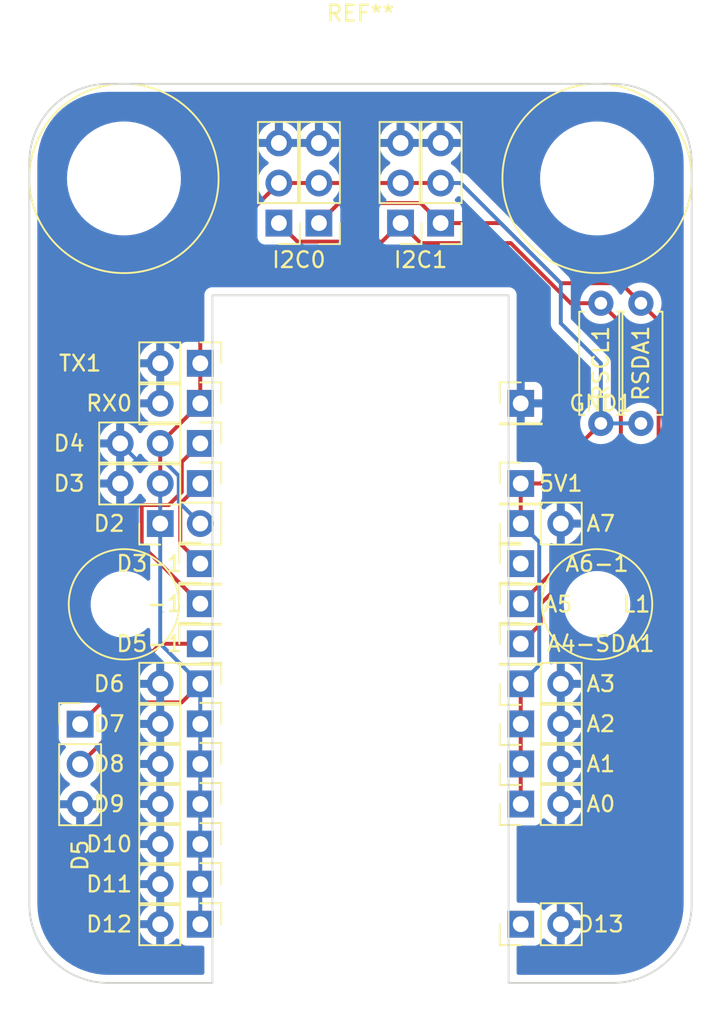
<source format=kicad_pcb>
(kicad_pcb (version 20211014) (generator pcbnew)
  (layers (0 "F.Cu" signal) (31 "B.Cu" signal) (34 "B.Paste" user) (35 "F.Paste" user) (36 "B.SilkS" user "B.Silkscreen") (37 "F.SilkS" user "F.Silkscreen") (38 "B.Mask" user) (39 "F.Mask" user) (44 "Edge.Cuts" user))
  (net 0 "")
  (net 1 "+5V")
  (net 2 "GND")
  (net 3 "Net-(A4-SDA1-Pad1)")
  (net 4 "Net-(A5-SCL1-Pad1)")
  (net 5 "Net-(A6-Pad1)")
  (net 6 "Net-(D3-Pad1)")
  (net 7 "Net-(D4-1-Pad1)")
  (net 8 "Net-(D5-1-Pad1)")
  (footprint "Connector_PinHeader_2.54mm:PinHeader_1x01_P2.54mm_Vertical" (layer "F.Cu") (at 10.16 -8.24)
    (fp_text reference "GND1" (at 5.08 0) (layer "F.SilkS"))
    (fp_text value "Conn_01x01_Male" hide)
    (fp_line (start -1.33 1.27) (end 1.33 1.27) (layer "F.SilkS") (width 0.12))
    (fp_line (start 1.33 1.27) (end 1.33 1.33) (layer "F.SilkS") (width 0.12))
    (fp_line (start -1.33 -1.33) (end 0 -1.33) (layer "F.SilkS") (width 0.12))
    (fp_line (start -1.33 1.27) (end -1.33 1.33) (layer "F.SilkS") (width 0.12))
    (fp_line (start -1.33 1.33) (end 1.33 1.33) (layer "F.SilkS") (width 0.12))
    (fp_line (start -1.33 0) (end -1.33 -1.33) (layer "F.SilkS") (width 0.12))
    (pad "1" thru_hole rect (at 0 0) (size 1.7 1.7) (drill 1) (layers *.Cu *.Mask) (net 2 "GND"))
  )
  (footprint "Connector_PinHeader_2.54mm:PinHeader_1x01_P2.54mm_Vertical" (layer "F.Cu") (at 10.16 -3.16)
    (fp_text reference "5V1" (at 2.54 0) (layer "F.SilkS"))
    (fp_text value "Conn_01x01_Male" hide)
    (fp_line (start -1.33 1.27) (end 1.33 1.27) (layer "F.SilkS") (width 0.12))
    (fp_line (start -1.33 -1.33) (end 0 -1.33) (layer "F.SilkS") (width 0.12))
    (fp_line (start -1.33 1.33) (end 1.33 1.33) (layer "F.SilkS") (width 0.12))
    (fp_line (start -1.33 1.27) (end -1.33 1.33) (layer "F.SilkS") (width 0.12))
    (fp_line (start 1.33 1.27) (end 1.33 1.33) (layer "F.SilkS") (width 0.12))
    (fp_line (start -1.33 0) (end -1.33 -1.33) (layer "F.SilkS") (width 0.12))
    (pad "1" thru_hole rect (at 0 0) (size 1.7 1.7) (drill 1) (layers *.Cu *.Mask) (net 1 "+5V"))
  )
  (footprint "Connector_PinHeader_2.54mm:PinHeader_1x02_P2.54mm_Vertical" (layer "F.Cu") (at 10.16 24.78 90)
    (fp_text reference "D13" (at 0 5.08 180) (layer "F.SilkS"))
    (fp_text value "Conn_01x02_Male" hide)
    (fp_line (start -1.33 1.27) (end 1.33 1.27) (layer "F.SilkS") (width 0.12))
    (fp_line (start -1.33 -1.33) (end 0 -1.33) (layer "F.SilkS") (width 0.12))
    (fp_line (start -1.33 0) (end -1.33 -1.33) (layer "F.SilkS") (width 0.12))
    (fp_line (start 1.33 1.27) (end 1.33 3.87) (layer "F.SilkS") (width 0.12))
    (fp_line (start -1.33 1.27) (end -1.33 3.87) (layer "F.SilkS") (width 0.12))
    (fp_line (start -1.33 3.87) (end 1.33 3.87) (layer "F.SilkS") (width 0.12))
    (pad "1" thru_hole rect (at 0 0 90) (size 1.7 1.7) (drill 1) (layers *.Cu *.Mask) (net 1 "+5V"))
    (pad "2" thru_hole oval (at 0 2.54 90) (size 1.7 1.7) (drill 1) (layers *.Cu *.Mask) (net 2 "GND"))
  )
  (footprint "Connector_PinHeader_2.54mm:PinHeader_1x02_P2.54mm_Vertical" (layer "F.Cu") (at -10.16 -10.78 -90)
    (fp_text reference "TX1" (at 0 7.62 180) (layer "F.SilkS"))
    (fp_text value "Conn_01x02_Male" hide)
    (fp_line (start -1.33 3.87) (end 1.33 3.87) (layer "F.SilkS") (width 0.12))
    (fp_line (start -1.33 0) (end -1.33 -1.33) (layer "F.SilkS") (width 0.12))
    (fp_line (start 1.33 1.27) (end 1.33 3.87) (layer "F.SilkS") (width 0.12))
    (fp_line (start -1.33 1.27) (end 1.33 1.27) (layer "F.SilkS") (width 0.12))
    (fp_line (start -1.33 1.27) (end -1.33 3.87) (layer "F.SilkS") (width 0.12))
    (fp_line (start -1.33 -1.33) (end 0 -1.33) (layer "F.SilkS") (width 0.12))
    (pad "1" thru_hole rect (at 0 0 270) (size 1.7 1.7) (drill 1) (layers *.Cu *.Mask) (net 1 "+5V"))
    (pad "2" thru_hole oval (at 0 2.54 270) (size 1.7 1.7) (drill 1) (layers *.Cu *.Mask) (net 2 "GND"))
  )
  (footprint "Connector_PinHeader_2.54mm:PinHeader_1x02_P2.54mm_Vertical" (layer "F.Cu") (at 10.16 17.16 90)
    (fp_text reference "A0" (at 0 5.08 180) (layer "F.SilkS"))
    (fp_text value "Conn_01x02_Male" hide)
    (fp_line (start -1.33 1.27) (end -1.33 3.87) (layer "F.SilkS") (width 0.12))
    (fp_line (start -1.33 1.27) (end 1.33 1.27) (layer "F.SilkS") (width 0.12))
    (fp_line (start -1.33 0) (end -1.33 -1.33) (layer "F.SilkS") (width 0.12))
    (fp_line (start -1.33 3.87) (end 1.33 3.87) (layer "F.SilkS") (width 0.12))
    (fp_line (start -1.33 -1.33) (end 0 -1.33) (layer "F.SilkS") (width 0.12))
    (fp_line (start 1.33 1.27) (end 1.33 3.87) (layer "F.SilkS") (width 0.12))
    (pad "1" thru_hole rect (at 0 0 90) (size 1.7 1.7) (drill 1) (layers *.Cu *.Mask) (net 1 "+5V"))
    (pad "2" thru_hole oval (at 0 2.54 90) (size 1.7 1.7) (drill 1) (layers *.Cu *.Mask) (net 2 "GND"))
  )
  (footprint "Connector_PinHeader_2.54mm:PinHeader_1x02_P2.54mm_Vertical" (layer "F.Cu") (at -10.16 12.08 -90)
    (fp_text reference "D7" (at 0 5.78 180) (layer "F.SilkS"))
    (fp_text value "Conn_01x02_Male" hide)
    (fp_line (start -1.33 3.87) (end 1.33 3.87) (layer "F.SilkS") (width 0.12))
    (fp_line (start -1.33 0) (end -1.33 -1.33) (layer "F.SilkS") (width 0.12))
    (fp_line (start -1.33 1.27) (end 1.33 1.27) (layer "F.SilkS") (width 0.12))
    (fp_line (start -1.33 -1.33) (end 0 -1.33) (layer "F.SilkS") (width 0.12))
    (fp_line (start -1.33 1.27) (end -1.33 3.87) (layer "F.SilkS") (width 0.12))
    (fp_line (start 1.33 1.27) (end 1.33 3.87) (layer "F.SilkS") (width 0.12))
    (pad "1" thru_hole rect (at 0 0 270) (size 1.7 1.7) (drill 1) (layers *.Cu *.Mask) (net 1 "+5V"))
    (pad "2" thru_hole oval (at 0 2.54 270) (size 1.7 1.7) (drill 1) (layers *.Cu *.Mask) (net 2 "GND"))
  )
  (footprint "Connector_PinHeader_2.54mm:PinHeader_1x02_P2.54mm_Vertical" (layer "F.Cu") (at -10.16 9.54 -90)
    (fp_text reference "D6" (at 0 5.78 180) (layer "F.SilkS"))
    (fp_text value "Conn_01x02_Male" hide)
    (fp_line (start -1.33 1.27) (end 1.33 1.27) (layer "F.SilkS") (width 0.12))
    (fp_line (start -1.33 3.87) (end 1.33 3.87) (layer "F.SilkS") (width 0.12))
    (fp_line (start -1.33 0) (end -1.33 -1.33) (layer "F.SilkS") (width 0.12))
    (fp_line (start -1.33 1.27) (end -1.33 3.87) (layer "F.SilkS") (width 0.12))
    (fp_line (start -1.33 -1.33) (end 0 -1.33) (layer "F.SilkS") (width 0.12))
    (fp_line (start 1.33 1.27) (end 1.33 3.87) (layer "F.SilkS") (width 0.12))
    (pad "1" thru_hole rect (at 0 0 270) (size 1.7 1.7) (drill 1) (layers *.Cu *.Mask) (net 1 "+5V"))
    (pad "2" thru_hole oval (at 0 2.54 270) (size 1.7 1.7) (drill 1) (layers *.Cu *.Mask) (net 2 "GND"))
  )
  (footprint "Resistor_THT:R_Axial_DIN0207_L6.3mm_D2.5mm_P7.62mm_Horizontal" (layer "F.Cu") (at 17.78 -6.97 90)
    (fp_text reference "RSDA1" (at 3.81 0 90) (layer "F.SilkS"))
    (fp_text value "R" hide)
    (fp_line (start 0.54 1.37) (end 7.08 1.37) (layer "F.SilkS") (width 0.12))
    (fp_line (start 0.54 1.04) (end 0.54 1.37) (layer "F.SilkS") (width 0.12))
    (fp_line (start 0.54 -1.37) (end 7.08 -1.37) (layer "F.SilkS") (width 0.12))
    (fp_line (start 7.08 1.37) (end 7.08 1.04) (layer "F.SilkS") (width 0.12))
    (fp_line (start 7.08 -1.37) (end 7.08 -1.04) (layer "F.SilkS") (width 0.12))
    (fp_line (start 0.54 -1.04) (end 0.54 -1.37) (layer "F.SilkS") (width 0.12))
    (pad "1" thru_hole circle (at 0 0 90) (size 1.6 1.6) (drill 0.8) (layers *.Cu *.Mask) (net 1 "+5V"))
    (pad "2" thru_hole oval (at 7.62 0 90) (size 1.6 1.6) (drill 0.8) (layers *.Cu *.Mask) (net 3 "Net-(A4-SDA1-Pad1)"))
  )
  (footprint "Connector_PinHeader_2.54mm:PinHeader_1x03_P2.54mm_Vertical" (layer "F.Cu") (at -5.175489 -19.67 180)
    (fp_text reference "I2C0" (at -1.27 -2.33) (layer "F.SilkS"))
    (fp_text value "Conn_01x03_Male" hide)
    (fp_line (start -1.33 0) (end -1.33 -1.33) (layer "F.SilkS") (width 0.12))
    (fp_line (start -1.33 6.41) (end 1.33 6.41) (layer "F.SilkS") (width 0.12))
    (fp_line (start 1.33 1.27) (end 1.33 6.41) (layer "F.SilkS") (width 0.12))
    (fp_line (start -1.33 1.27) (end 1.33 1.27) (layer "F.SilkS") (width 0.12))
    (fp_line (start -1.33 1.27) (end -1.33 6.41) (layer "F.SilkS") (width 0.12))
    (fp_line (start -1.33 -1.33) (end 0 -1.33) (layer "F.SilkS") (width 0.12))
    (pad "1" thru_hole rect (at 0 0 180) (size 1.7 1.7) (drill 1) (layers *.Cu *.Mask) (net 4 "Net-(A5-SCL1-Pad1)"))
    (pad "2" thru_hole oval (at 0 2.54 180) (size 1.7 1.7) (drill 1) (layers *.Cu *.Mask) (net 1 "+5V"))
    (pad "3" thru_hole oval (at 0 5.08 180) (size 1.7 1.7) (drill 1) (layers *.Cu *.Mask) (net 2 "GND"))
  )
  (footprint "Connector_PinHeader_2.54mm:PinHeader_1x03_P2.54mm_Vertical" (layer "F.Cu") (at 5.08 -19.67 180)
    (fp_text reference "SDA0" hide)
    (fp_text value "Conn_01x03_Male" hide)
    (fp_line (start -1.33 1.27) (end -1.33 6.41) (layer "F.SilkS") (width 0.12))
    (fp_line (start -1.33 1.27) (end 1.33 1.27) (layer "F.SilkS") (width 0.12))
    (fp_line (start -1.33 0) (end -1.33 -1.33) (layer "F.SilkS") (width 0.12))
    (fp_line (start 1.33 1.27) (end 1.33 6.41) (layer "F.SilkS") (width 0.12))
    (fp_line (start -1.33 -1.33) (end 0 -1.33) (layer "F.SilkS") (width 0.12))
    (fp_line (start -1.33 6.41) (end 1.33 6.41) (layer "F.SilkS") (width 0.12))
    (pad "1" thru_hole rect (at 0 0 180) (size 1.7 1.7) (drill 1) (layers *.Cu *.Mask) (net 3 "Net-(A4-SDA1-Pad1)"))
    (pad "2" thru_hole oval (at 0 2.54 180) (size 1.7 1.7) (drill 1) (layers *.Cu *.Mask) (net 1 "+5V"))
    (pad "3" thru_hole oval (at 0 5.08 180) (size 1.7 1.7) (drill 1) (layers *.Cu *.Mask) (net 2 "GND"))
  )
  (footprint "Connector_PinHeader_2.54mm:PinHeader_1x02_P2.54mm_Vertical" (layer "F.Cu") (at -10.16 24.78 -90)
    (fp_text reference "D12" (at 0 5.78 180) (layer "F.SilkS"))
    (fp_text value "Conn_01x02_Male" hide)
    (fp_line (start -1.33 1.27) (end -1.33 3.87) (layer "F.SilkS") (width 0.12))
    (fp_line (start -1.33 1.27) (end 1.33 1.27) (layer "F.SilkS") (width 0.12))
    (fp_line (start -1.33 -1.33) (end 0 -1.33) (layer "F.SilkS") (width 0.12))
    (fp_line (start -1.33 3.87) (end 1.33 3.87) (layer "F.SilkS") (width 0.12))
    (fp_line (start -1.33 0) (end -1.33 -1.33) (layer "F.SilkS") (width 0.12))
    (fp_line (start 1.33 1.27) (end 1.33 3.87) (layer "F.SilkS") (width 0.12))
    (pad "1" thru_hole rect (at 0 0 270) (size 1.7 1.7) (drill 1) (layers *.Cu *.Mask) (net 1 "+5V"))
    (pad "2" thru_hole oval (at 0 2.54 270) (size 1.7 1.7) (drill 1) (layers *.Cu *.Mask) (net 2 "GND"))
  )
  (footprint "Connector_PinHeader_2.54mm:PinHeader_1x02_P2.54mm_Vertical" (layer "F.Cu") (at -10.16 22.24 -90)
    (fp_text reference "D11" (at 0 5.78 180) (layer "F.SilkS"))
    (fp_text value "Conn_01x02_Male" hide)
    (fp_line (start -1.33 3.87) (end 1.33 3.87) (layer "F.SilkS") (width 0.12))
    (fp_line (start -1.33 -1.33) (end 0 -1.33) (layer "F.SilkS") (width 0.12))
    (fp_line (start -1.33 0) (end -1.33 -1.33) (layer "F.SilkS") (width 0.12))
    (fp_line (start 1.33 1.27) (end 1.33 3.87) (layer "F.SilkS") (width 0.12))
    (fp_line (start -1.33 1.27) (end -1.33 3.87) (layer "F.SilkS") (width 0.12))
    (fp_line (start -1.33 1.27) (end 1.33 1.27) (layer "F.SilkS") (width 0.12))
    (pad "1" thru_hole rect (at 0 0 270) (size 1.7 1.7) (drill 1) (layers *.Cu *.Mask) (net 1 "+5V"))
    (pad "2" thru_hole oval (at 0 2.54 270) (size 1.7 1.7) (drill 1) (layers *.Cu *.Mask) (net 2 "GND"))
  )
  (footprint "Connector_PinHeader_2.54mm:PinHeader_1x02_P2.54mm_Vertical" (layer "F.Cu") (at 10.16 -0.62 90)
    (fp_text reference "A7" (at 0 5.08 180) (layer "F.SilkS"))
    (fp_text value "Conn_01x02_Male" hide)
    (fp_line (start -1.33 1.27) (end -1.33 3.87) (layer "F.SilkS") (width 0.12))
    (fp_line (start -1.33 -1.33) (end 0 -1.33) (layer "F.SilkS") (width 0.12))
    (fp_line (start -1.33 3.87) (end 1.33 3.87) (layer "F.SilkS") (width 0.12))
    (fp_line (start -1.33 0) (end -1.33 -1.33) (layer "F.SilkS") (width 0.12))
    (fp_line (start -1.33 1.27) (end 1.33 1.27) (layer "F.SilkS") (width 0.12))
    (fp_line (start 1.33 1.27) (end 1.33 3.87) (layer "F.SilkS") (width 0.12))
    (pad "1" thru_hole rect (at 0 0 90) (size 1.7 1.7) (drill 1) (layers *.Cu *.Mask) (net 1 "+5V"))
    (pad "2" thru_hole oval (at 0 2.54 90) (size 1.7 1.7) (drill 1) (layers *.Cu *.Mask) (net 2 "GND"))
  )
  (footprint "Connector_PinHeader_2.54mm:PinHeader_1x01_P2.54mm_Vertical" (layer "F.Cu") (at 10.16 1.92)
    (fp_text reference "A6-1" (at 4.84 0) (layer "F.SilkS"))
    (fp_text value "Conn_01x01_Male" hide)
    (fp_line (start -1.33 -1.33) (end 0 -1.33) (layer "F.SilkS") (width 0.12))
    (fp_line (start -1.33 0) (end -1.33 -1.33) (layer "F.SilkS") (width 0.12))
    (fp_line (start -1.33 1.27) (end -1.33 1.33) (layer "F.SilkS") (width 0.12))
    (fp_line (start 1.33 1.27) (end 1.33 1.33) (layer "F.SilkS") (width 0.12))
    (fp_line (start -1.33 1.33) (end 1.33 1.33) (layer "F.SilkS") (width 0.12))
    (fp_line (start -1.33 1.27) (end 1.33 1.27) (layer "F.SilkS") (width 0.12))
    (pad "1" thru_hole rect (at 0 0) (size 1.7 1.7) (drill 1) (layers *.Cu *.Mask) (net 5 "Net-(A6-Pad1)"))
  )
  (footprint "Connector_PinHeader_2.54mm:PinHeader_1x01_P2.54mm_Vertical" (layer "F.Cu") (at 10.16 4.46)
    (fp_text reference "A5-SCL1" (at 4.84 0.04) (layer "F.SilkS"))
    (fp_text value "Conn_01x01_Male" hide)
    (fp_line (start -1.33 1.33) (end 1.33 1.33) (layer "F.SilkS") (width 0.12))
    (fp_line (start -1.33 0) (end -1.33 -1.33) (layer "F.SilkS") (width 0.12))
    (fp_line (start -1.33 1.27) (end -1.33 1.33) (layer "F.SilkS") (width 0.12))
    (fp_line (start -1.33 1.27) (end 1.33 1.27) (layer "F.SilkS") (width 0.12))
    (fp_line (start 1.33 1.27) (end 1.33 1.33) (layer "F.SilkS") (width 0.12))
    (fp_line (start -1.33 -1.33) (end 0 -1.33) (layer "F.SilkS") (width 0.12))
    (pad "1" thru_hole rect (at 0 0) (size 1.7 1.7) (drill 1) (layers *.Cu *.Mask) (net 4 "Net-(A5-SCL1-Pad1)"))
  )
  (footprint "Connector_PinHeader_2.54mm:PinHeader_1x02_P2.54mm_Vertical" (layer "F.Cu") (at -10.16 19.7 -90)
    (fp_text reference "D10" (at 0 5.78 180) (layer "F.SilkS"))
    (fp_text value "Conn_01x02_Male" hide)
    (fp_line (start -1.33 -1.33) (end 0 -1.33) (layer "F.SilkS") (width 0.12))
    (fp_line (start -1.33 1.27) (end 1.33 1.27) (layer "F.SilkS") (width 0.12))
    (fp_line (start 1.33 1.27) (end 1.33 3.87) (layer "F.SilkS") (width 0.12))
    (fp_line (start -1.33 3.87) (end 1.33 3.87) (layer "F.SilkS") (width 0.12))
    (fp_line (start -1.33 0) (end -1.33 -1.33) (layer "F.SilkS") (width 0.12))
    (fp_line (start -1.33 1.27) (end -1.33 3.87) (layer "F.SilkS") (width 0.12))
    (pad "1" thru_hole rect (at 0 0 270) (size 1.7 1.7) (drill 1) (layers *.Cu *.Mask) (net 1 "+5V"))
    (pad "2" thru_hole oval (at 0 2.54 270) (size 1.7 1.7) (drill 1) (layers *.Cu *.Mask) (net 2 "GND"))
  )
  (footprint "Connector_PinHeader_2.54mm:PinHeader_1x01_P2.54mm_Vertical" (layer "F.Cu") (at -10.16 1.92)
    (fp_text reference "D3-1" (at -3.24 0) (layer "F.SilkS"))
    (fp_text value "Conn_01x01_Male" hide)
    (fp_line (start -1.33 -1.33) (end 0 -1.33) (layer "F.SilkS") (width 0.12))
    (fp_line (start -1.33 0) (end -1.33 -1.33) (layer "F.SilkS") (width 0.12))
    (fp_line (start -1.33 1.27) (end -1.33 1.33) (layer "F.SilkS") (width 0.12))
    (fp_line (start -1.33 1.33) (end 1.33 1.33) (layer "F.SilkS") (width 0.12))
    (fp_line (start 1.33 1.27) (end 1.33 1.33) (layer "F.SilkS") (width 0.12))
    (fp_line (start -1.33 1.27) (end 1.33 1.27) (layer "F.SilkS") (width 0.12))
    (pad "1" thru_hole rect (at 0 0) (size 1.7 1.7) (drill 1) (layers *.Cu *.Mask) (net 6 "Net-(D3-Pad1)"))
  )
  (footprint "Connector_PinHeader_2.54mm:PinHeader_1x03_P2.54mm_Vertical" (layer "F.Cu") (at -2.635489 -19.67 180)
    (fp_text reference "SDA1" hide)
    (fp_text value "Conn_01x03_Male" hide)
    (fp_line (start -1.33 0) (end -1.33 -1.33) (layer "F.SilkS") (width 0.12))
    (fp_line (start -1.33 6.41) (end 1.33 6.41) (layer "F.SilkS") (width 0.12))
    (fp_line (start -1.33 -1.33) (end 0 -1.33) (layer "F.SilkS") (width 0.12))
    (fp_line (start -1.33 1.27) (end -1.33 6.41) (layer "F.SilkS") (width 0.12))
    (fp_line (start -1.33 1.27) (end 1.33 1.27) (layer "F.SilkS") (width 0.12))
    (fp_line (start 1.33 1.27) (end 1.33 6.41) (layer "F.SilkS") (width 0.12))
    (pad "1" thru_hole rect (at 0 0 180) (size 1.7 1.7) (drill 1) (layers *.Cu *.Mask) (net 3 "Net-(A4-SDA1-Pad1)"))
    (pad "2" thru_hole oval (at 0 2.54 180) (size 1.7 1.7) (drill 1) (layers *.Cu *.Mask) (net 1 "+5V"))
    (pad "3" thru_hole oval (at 0 5.08 180) (size 1.7 1.7) (drill 1) (layers *.Cu *.Mask) (net 2 "GND"))
  )
  (footprint "Connector_PinHeader_2.54mm:PinHeader_1x02_P2.54mm_Vertical" (layer "F.Cu") (at 10.16 12.08 90)
    (fp_text reference "A2" (at 0 5.08 180) (layer "F.SilkS"))
    (fp_text value "Conn_01x02_Male" hide)
    (fp_line (start -1.33 -1.33) (end 0 -1.33) (layer "F.SilkS") (width 0.12))
    (fp_line (start -1.33 1.27) (end 1.33 1.27) (layer "F.SilkS") (width 0.12))
    (fp_line (start -1.33 1.27) (end -1.33 3.87) (layer "F.SilkS") (width 0.12))
    (fp_line (start -1.33 3.87) (end 1.33 3.87) (layer "F.SilkS") (width 0.12))
    (fp_line (start 1.33 1.27) (end 1.33 3.87) (layer "F.SilkS") (width 0.12))
    (fp_line (start -1.33 0) (end -1.33 -1.33) (layer "F.SilkS") (width 0.12))
    (pad "1" thru_hole rect (at 0 0 90) (size 1.7 1.7) (drill 1) (layers *.Cu *.Mask) (net 1 "+5V"))
    (pad "2" thru_hole oval (at 0 2.54 90) (size 1.7 1.7) (drill 1) (layers *.Cu *.Mask) (net 2 "GND"))
  )
  (footprint "Resistor_THT:R_Axial_DIN0207_L6.3mm_D2.5mm_P7.62mm_Horizontal" (layer "F.Cu") (at 15.24 -6.97 90)
    (fp_text reference "RSCL1" (at 3.81 0 90) (layer "F.SilkS"))
    (fp_text value "R" hide)
    (fp_line (start 0.54 1.04) (end 0.54 1.37) (layer "F.SilkS") (width 0.12))
    (fp_line (start 7.08 1.37) (end 7.08 1.04) (layer "F.SilkS") (width 0.12))
    (fp_line (start 0.54 -1.37) (end 7.08 -1.37) (layer "F.SilkS") (width 0.12))
    (fp_line (start 0.54 1.37) (end 7.08 1.37) (layer "F.SilkS") (width 0.12))
    (fp_line (start 0.54 -1.04) (end 0.54 -1.37) (layer "F.SilkS") (width 0.12))
    (fp_line (start 7.08 -1.37) (end 7.08 -1.04) (layer "F.SilkS") (width 0.12))
    (pad "1" thru_hole circle (at 0 0 90) (size 1.6 1.6) (drill 0.8) (layers *.Cu *.Mask) (net 1 "+5V"))
    (pad "2" thru_hole oval (at 7.62 0 90) (size 1.6 1.6) (drill 0.8) (layers *.Cu *.Mask) (net 4 "Net-(A5-SCL1-Pad1)"))
  )
  (footprint "Connector_PinHeader_2.54mm:PinHeader_1x01_P2.54mm_Vertical" (layer "F.Cu") (at 10.16 7)
    (fp_text reference "A4-SDA1" (at 5.08 0) (layer "F.SilkS"))
    (fp_text value "Conn_01x01_Male" hide)
    (fp_line (start 1.33 1.27) (end 1.33 1.33) (layer "F.SilkS") (width 0.12))
    (fp_line (start -1.33 1.27) (end 1.33 1.27) (layer "F.SilkS") (width 0.12))
    (fp_line (start -1.33 1.33) (end 1.33 1.33) (layer "F.SilkS") (width 0.12))
    (fp_line (start -1.33 0) (end -1.33 -1.33) (layer "F.SilkS") (width 0.12))
    (fp_line (start -1.33 1.27) (end -1.33 1.33) (layer "F.SilkS") (width 0.12))
    (fp_line (start -1.33 -1.33) (end 0 -1.33) (layer "F.SilkS") (width 0.12))
    (pad "1" thru_hole rect (at 0 0) (size 1.7 1.7) (drill 1) (layers *.Cu *.Mask) (net 3 "Net-(A4-SDA1-Pad1)"))
  )
  (footprint "Connector_PinHeader_2.54mm:PinHeader_1x01_P2.54mm_Vertical" (layer "F.Cu") (at -10.16 4.46)
    (fp_text reference "D4-1" (at -3.24 0) (layer "F.SilkS"))
    (fp_text value "Conn_01x01_Male" hide)
    (fp_line (start -1.33 1.33) (end 1.33 1.33) (layer "F.SilkS") (width 0.12))
    (fp_line (start -1.33 0) (end -1.33 -1.33) (layer "F.SilkS") (width 0.12))
    (fp_line (start -1.33 1.27) (end 1.33 1.27) (layer "F.SilkS") (width 0.12))
    (fp_line (start -1.33 -1.33) (end 0 -1.33) (layer "F.SilkS") (width 0.12))
    (fp_line (start -1.33 1.27) (end -1.33 1.33) (layer "F.SilkS") (width 0.12))
    (fp_line (start 1.33 1.27) (end 1.33 1.33) (layer "F.SilkS") (width 0.12))
    (pad "1" thru_hole rect (at 0 0) (size 1.7 1.7) (drill 1) (layers *.Cu *.Mask) (net 7 "Net-(D4-1-Pad1)"))
  )
  (footprint "Connector_PinHeader_2.54mm:PinHeader_1x03_P2.54mm_Vertical" (layer "F.Cu") (at -17.78 12.095)
    (fp_text reference "D5" (at 0 8.32 90) (layer "F.SilkS"))
    (fp_text value "Conn_01x03_Male" hide)
    (fp_line (start -1.33 -1.33) (end 0 -1.33) (layer "F.SilkS") (width 0.12))
    (fp_line (start -1.33 6.41) (end 1.33 6.41) (layer "F.SilkS") (width 0.12))
    (fp_line (start -1.33 1.27) (end -1.33 6.41) (layer "F.SilkS") (width 0.12))
    (fp_line (start -1.33 0) (end -1.33 -1.33) (layer "F.SilkS") (width 0.12))
    (fp_line (start -1.33 1.27) (end 1.33 1.27) (layer "F.SilkS") (width 0.12))
    (fp_line (start 1.33 1.27) (end 1.33 6.41) (layer "F.SilkS") (width 0.12))
    (pad "1" thru_hole rect (at 0 0) (size 1.7 1.7) (drill 1) (layers *.Cu *.Mask) (net 8 "Net-(D5-1-Pad1)"))
    (pad "2" thru_hole oval (at 0 2.54) (size 1.7 1.7) (drill 1) (layers *.Cu *.Mask) (net 1 "+5V"))
    (pad "3" thru_hole oval (at 0 5.08) (size 1.7 1.7) (drill 1) (layers *.Cu *.Mask) (net 2 "GND"))
  )
  (footprint "Connector_PinHeader_2.54mm:PinHeader_1x02_P2.54mm_Vertical" (layer "F.Cu") (at 10.16 9.54 90)
    (fp_text reference "A3" (at 0 5.08 180) (layer "F.SilkS"))
    (fp_text value "Conn_01x02_Male" hide)
    (fp_line (start -1.33 1.27) (end -1.33 3.87) (layer "F.SilkS") (width 0.12))
    (fp_line (start -1.33 -1.33) (end 0 -1.33) (layer "F.SilkS") (width 0.12))
    (fp_line (start 1.33 1.27) (end 1.33 3.87) (layer "F.SilkS") (width 0.12))
    (fp_line (start -1.33 1.27) (end 1.33 1.27) (layer "F.SilkS") (width 0.12))
    (fp_line (start -1.33 3.87) (end 1.33 3.87) (layer "F.SilkS") (width 0.12))
    (fp_line (start -1.33 0) (end -1.33 -1.33) (layer "F.SilkS") (width 0.12))
    (pad "1" thru_hole rect (at 0 0 90) (size 1.7 1.7) (drill 1) (layers *.Cu *.Mask) (net 1 "+5V"))
    (pad "2" thru_hole oval (at 0 2.54 90) (size 1.7 1.7) (drill 1) (layers *.Cu *.Mask) (net 2 "GND"))
  )
  (footprint "Connector_PinHeader_2.54mm:PinHeader_1x02_P2.54mm_Vertical" (layer "F.Cu") (at -10.16 14.62 -90)
    (fp_text reference "D8" (at 0 5.78 180) (layer "F.SilkS"))
    (fp_text value "Conn_01x02_Male" hide)
    (fp_line (start -1.33 3.87) (end 1.33 3.87) (layer "F.SilkS") (width 0.12))
    (fp_line (start -1.33 1.27) (end -1.33 3.87) (layer "F.SilkS") (width 0.12))
    (fp_line (start -1.33 1.27) (end 1.33 1.27) (layer "F.SilkS") (width 0.12))
    (fp_line (start 1.33 1.27) (end 1.33 3.87) (layer "F.SilkS") (width 0.12))
    (fp_line (start -1.33 0) (end -1.33 -1.33) (layer "F.SilkS") (width 0.12))
    (fp_line (start -1.33 -1.33) (end 0 -1.33) (layer "F.SilkS") (width 0.12))
    (pad "1" thru_hole rect (at 0 0 270) (size 1.7 1.7) (drill 1) (layers *.Cu *.Mask) (net 1 "+5V"))
    (pad "2" thru_hole oval (at 0 2.54 270) (size 1.7 1.7) (drill 1) (layers *.Cu *.Mask) (net 2 "GND"))
  )
  (footprint "Connector_PinHeader_2.54mm:PinHeader_1x02_P2.54mm_Vertical" (layer "F.Cu") (at -10.16 -8.24 -90)
    (fp_text reference "RX0" (at 0 5.78 180) (layer "F.SilkS"))
    (fp_text value "Conn_01x02_Male" hide)
    (fp_line (start -1.33 3.87) (end 1.33 3.87) (layer "F.SilkS") (width 0.12))
    (fp_line (start 1.33 1.27) (end 1.33 3.87) (layer "F.SilkS") (width 0.12))
    (fp_line (start -1.33 -1.33) (end 0 -1.33) (layer "F.SilkS") (width 0.12))
    (fp_line (start -1.33 0) (end -1.33 -1.33) (layer "F.SilkS") (width 0.12))
    (fp_line (start -1.33 1.27) (end -1.33 3.87) (layer "F.SilkS") (width 0.12))
    (fp_line (start -1.33 1.27) (end 1.33 1.27) (layer "F.SilkS") (width 0.12))
    (pad "1" thru_hole rect (at 0 0 270) (size 1.7 1.7) (drill 1) (layers *.Cu *.Mask) (net 1 "+5V"))
    (pad "2" thru_hole oval (at 0 2.54 270) (size 1.7 1.7) (drill 1) (layers *.Cu *.Mask) (net 2 "GND"))
  )
  (footprint "Connector_PinHeader_2.54mm:PinHeader_1x03_P2.54mm_Vertical" (layer "F.Cu") (at -10.16 -5.7 -90)
    (fp_text reference "D4" (at 0 8.32 180) (layer "F.SilkS"))
    (fp_text value "Conn_01x03_Male" hide)
    (fp_line (start -1.33 0) (end -1.33 -1.33) (layer "F.SilkS") (width 0.12))
    (fp_line (start 1.33 1.27) (end 1.33 6.41) (layer "F.SilkS") (width 0.12))
    (fp_line (start -1.33 1.27) (end -1.33 6.41) (layer "F.SilkS") (width 0.12))
    (fp_line (start -1.33 6.41) (end 1.33 6.41) (layer "F.SilkS") (width 0.12))
    (fp_line (start -1.33 1.27) (end 1.33 1.27) (layer "F.SilkS") (width 0.12))
    (fp_line (start -1.33 -1.33) (end 0 -1.33) (layer "F.SilkS") (width 0.12))
    (pad "1" thru_hole rect (at 0 0 270) (size 1.7 1.7) (drill 1) (layers *.Cu *.Mask) (net 7 "Net-(D4-1-Pad1)"))
    (pad "2" thru_hole oval (at 0 2.54 270) (size 1.7 1.7) (drill 1) (layers *.Cu *.Mask) (net 1 "+5V"))
    (pad "3" thru_hole oval (at 0 5.08 270) (size 1.7 1.7) (drill 1) (layers *.Cu *.Mask) (net 2 "GND"))
  )
  (footprint "Connector_PinHeader_2.54mm:PinHeader_1x03_P2.54mm_Vertical" (layer "F.Cu") (at 2.54 -19.67 180)
    (fp_text reference "I2C1" (at -1.27 -2.33) (layer "F.SilkS"))
    (fp_text value "Conn_01x03_Male" hide)
    (fp_line (start -1.33 6.41) (end 1.33 6.41) (layer "F.SilkS") (width 0.12))
    (fp_line (start -1.33 -1.33) (end 0 -1.33) (layer "F.SilkS") (width 0.12))
    (fp_line (start -1.33 1.27) (end -1.33 6.41) (layer "F.SilkS") (width 0.12))
    (fp_line (start -1.33 1.27) (end 1.33 1.27) (layer "F.SilkS") (width 0.12))
    (fp_line (start 1.33 1.27) (end 1.33 6.41) (layer "F.SilkS") (width 0.12))
    (fp_line (start -1.33 0) (end -1.33 -1.33) (layer "F.SilkS") (width 0.12))
    (pad "1" thru_hole rect (at 0 0 180) (size 1.7 1.7) (drill 1) (layers *.Cu *.Mask) (net 4 "Net-(A5-SCL1-Pad1)"))
    (pad "2" thru_hole oval (at 0 2.54 180) (size 1.7 1.7) (drill 1) (layers *.Cu *.Mask) (net 1 "+5V"))
    (pad "3" thru_hole oval (at 0 5.08 180) (size 1.7 1.7) (drill 1) (layers *.Cu *.Mask) (net 2 "GND"))
  )
  (footprint "Connector_PinHeader_2.54mm:PinHeader_1x03_P2.54mm_Vertical" (layer "F.Cu") (at -10.16 -3.16 -90)
    (fp_text reference "D3" (at 0 8.32 180) (layer "F.SilkS"))
    (fp_text value "Conn_01x03_Male" hide)
    (fp_line (start 1.33 1.27) (end 1.33 6.41) (layer "F.SilkS") (width 0.12))
    (fp_line (start -1.33 6.41) (end 1.33 6.41) (layer "F.SilkS") (width 0.12))
    (fp_line (start -1.33 0) (end -1.33 -1.33) (layer "F.SilkS") (width 0.12))
    (fp_line (start -1.33 1.27) (end -1.33 6.41) (layer "F.SilkS") (width 0.12))
    (fp_line (start -1.33 -1.33) (end 0 -1.33) (layer "F.SilkS") (width 0.12))
    (fp_line (start -1.33 1.27) (end 1.33 1.27) (layer "F.SilkS") (width 0.12))
    (pad "1" thru_hole rect (at 0 0 270) (size 1.7 1.7) (drill 1) (layers *.Cu *.Mask) (net 6 "Net-(D3-Pad1)"))
    (pad "2" thru_hole oval (at 0 2.54 270) (size 1.7 1.7) (drill 1) (layers *.Cu *.Mask) (net 1 "+5V"))
    (pad "3" thru_hole oval (at 0 5.08 270) (size 1.7 1.7) (drill 1) (layers *.Cu *.Mask) (net 2 "GND"))
  )
  (footprint "OOEB-footprints:OOEB-XXXX-04-03-ARDC" (layer "F.Cu") (at 0 0)
    (fp_text reference "REF**" (at 0 -32.964466 unlocked) (layer "F.SilkS"))
    (fp_text value "OOEB-XXXX-04-03-ARDC")
    (fp_circle (center -15 4.5) (end -11.5 4.5) (layer "F.SilkS") (width 0.12) (fill none))
    (fp_circle (center 15 4.5) (end 18.5 4.5) (layer "F.SilkS") (width 0.12) (fill none))
    (fp_circle (center 15 -22.5) (end 21 -22.5) (layer "F.SilkS") (width 0.12) (fill none))
    (fp_circle (center -15 -22.5) (end -9 -22.5) (layer "F.SilkS") (width 0.12) (fill none))
    (fp_line (start 21 -23.5) (end 21 23.5) (layer "Edge.Cuts") (width 0.12))
    (fp_line (start -12.5 5) (end -12.5 5) (layer "Edge.Cuts") (width 0.12))
    (fp_line (start -9.39 -15.09) (end -9.39 28.5) (layer "Edge.Cuts") (width 0.12))
    (fp_line (start 9.39 -15.09) (end 9.39 28.5) (layer "Edge.Cuts") (width 0.12))
    (fp_line (start -15.5 4.5) (end -15.5 4.5) (layer "Edge.Cuts") (width 0.12))
    (fp_line (start -9.39 28.5) (end -16 28.5) (layer "Edge.Cuts") (width 0.12))
    (fp_line (start 9.39 -15.09) (end -9.39 -15.09) (layer "Edge.Cuts") (width 0.12))
    (fp_line (start -21 -23.5) (end -21 23.5) (layer "Edge.Cuts") (width 0.12))
    (fp_line (start 16 28.5) (end 9.39 28.5) (layer "Edge.Cuts") (width 0.12))
    (fp_line (start -16 -28.5) (end 16 -28.5) (layer "Edge.Cuts") (width 0.12))
    (fp_arc (start -21 -23.5) (mid -19.535534 -27.035534) (end -16 -28.5) (layer "Edge.Cuts") (width 0.12))
    (fp_arc (start 21 23.5) (mid 19.535534 27.035534) (end 16 28.5) (layer "Edge.Cuts") (width 0.12))
    (fp_arc (start -16 28.5) (mid -19.535534 27.035534) (end -21 23.5) (layer "Edge.Cuts") (width 0.12))
    (fp_arc (start 16 -28.5) (mid 19.535534 -27.035534) (end 21 -23.5) (layer "Edge.Cuts") (width 0.12))
    (pad "" np_thru_hole circle (at -15 4.5) (size 3.2 3.2) (drill 3.2) (layers F&B.Cu))
    (pad "" np_thru_hole circle (at -15 -22.5) (size 6.2 6.2) (drill 6.2) (layers F&B.Cu))
    (pad "" np_thru_hole circle (at 15 -22.5) (size 6.2 6.2) (drill 6.2) (layers F&B.Cu))
    (pad "" np_thru_hole circle (at 15 4.5) (size 3.2 3.2) (drill 3.2) (layers F&B.Cu))
  )
  (footprint "Connector_PinHeader_2.54mm:PinHeader_1x01_P2.54mm_Vertical" (layer "F.Cu") (at -10.16 7)
    (fp_text reference "D5-1" (at -3.24 0) (layer "F.SilkS"))
    (fp_text value "Conn_01x01_Male" hide)
    (fp_line (start -1.33 1.27) (end -1.33 1.33) (layer "F.SilkS") (width 0.12))
    (fp_line (start -1.33 0) (end -1.33 -1.33) (layer "F.SilkS") (width 0.12))
    (fp_line (start -1.33 1.33) (end 1.33 1.33) (layer "F.SilkS") (width 0.12))
    (fp_line (start 1.33 1.27) (end 1.33 1.33) (layer "F.SilkS") (width 0.12))
    (fp_line (start -1.33 1.27) (end 1.33 1.27) (layer "F.SilkS") (width 0.12))
    (fp_line (start -1.33 -1.33) (end 0 -1.33) (layer "F.SilkS") (width 0.12))
    (pad "1" thru_hole rect (at 0 0) (size 1.7 1.7) (drill 1) (layers *.Cu *.Mask) (net 8 "Net-(D5-1-Pad1)"))
  )
  (footprint "Connector_PinHeader_2.54mm:PinHeader_1x02_P2.54mm_Vertical" (layer "F.Cu") (at -10.16 17.16 -90)
    (fp_text reference "D9" (at 0 5.78 180) (layer "F.SilkS"))
    (fp_text value "Conn_01x02_Male" hide)
    (fp_line (start -1.33 1.27) (end 1.33 1.27) (layer "F.SilkS") (width 0.12))
    (fp_line (start -1.33 -1.33) (end 0 -1.33) (layer "F.SilkS") (width 0.12))
    (fp_line (start -1.33 1.27) (end -1.33 3.87) (layer "F.SilkS") (width 0.12))
    (fp_line (start 1.33 1.27) (end 1.33 3.87) (layer "F.SilkS") (width 0.12))
    (fp_line (start -1.33 3.87) (end 1.33 3.87) (layer "F.SilkS") (width 0.12))
    (fp_line (start -1.33 0) (end -1.33 -1.33) (layer "F.SilkS") (width 0.12))
    (pad "1" thru_hole rect (at 0 0 270) (size 1.7 1.7) (drill 1) (layers *.Cu *.Mask) (net 1 "+5V"))
    (pad "2" thru_hole oval (at 0 2.54 270) (size 1.7 1.7) (drill 1) (layers *.Cu *.Mask) (net 2 "GND"))
  )
  (footprint "Connector_PinHeader_2.54mm:PinHeader_1x02_P2.54mm_Vertical" (layer "F.Cu") (at -12.7 -0.62 90)
    (fp_text reference "D2" (at 0 -3.24 180) (layer "F.SilkS"))
    (fp_text value "Conn_01x02_Male" hide)
    (fp_line (start 1.33 1.27) (end 1.33 3.87) (layer "F.SilkS") (width 0.12))
    (fp_line (start -1.33 1.27) (end 1.33 1.27) (layer "F.SilkS") (width 0.12))
    (fp_line (start -1.33 0) (end -1.33 -1.33) (layer "F.SilkS") (width 0.12))
    (fp_line (start -1.33 -1.33) (end 0 -1.33) (layer "F.SilkS") (width 0.12))
    (fp_line (start -1.33 3.87) (end 1.33 3.87) (layer "F.SilkS") (width 0.12))
    (fp_line (start -1.33 1.27) (end -1.33 3.87) (layer "F.SilkS") (width 0.12))
    (pad "1" thru_hole rect (at 0 0 90) (size 1.7 1.7) (drill 1) (layers *.Cu *.Mask) (net 1 "+5V"))
    (pad "2" thru_hole oval (at 0 2.54 90) (size 1.7 1.7) (drill 1) (layers *.Cu *.Mask) (net 2 "GND"))
  )
  (footprint "Connector_PinHeader_2.54mm:PinHeader_1x02_P2.54mm_Vertical" (layer "F.Cu") (at 10.16 14.62 90)
    (fp_text reference "A1" (at 0 5.08 180) (layer "F.SilkS"))
    (fp_text value "Conn_01x02_Male" hide)
    (fp_line (start -1.33 -1.33) (end 0 -1.33) (layer "F.SilkS") (width 0.12))
    (fp_line (start -1.33 0) (end -1.33 -1.33) (layer "F.SilkS") (width 0.12))
    (fp_line (start -1.33 3.87) (end 1.33 3.87) (layer "F.SilkS") (width 0.12))
    (fp_line (start -1.33 1.27) (end -1.33 3.87) (layer "F.SilkS") (width 0.12))
    (fp_line (start -1.33 1.27) (end 1.33 1.27) (layer "F.SilkS") (width 0.12))
    (fp_line (start 1.33 1.27) (end 1.33 3.87) (layer "F.SilkS") (width 0.12))
    (pad "1" thru_hole rect (at 0 0 90) (size 1.7 1.7) (drill 1) (layers *.Cu *.Mask) (net 1 "+5V"))
    (pad "2" thru_hole oval (at 0 2.54 90) (size 1.7 1.7) (drill 1) (layers *.Cu *.Mask) (net 2 "GND"))
  )
  (segment (start -10.16 -8.24) (end -12.7 -5.7) (width 0.25) (layer "F.Cu") (net 1))
  (segment (start -17.78 14.635) (end -13.859511 10.714511) (width 0.25) (layer "F.Cu") (net 1))
  (segment (start -12.7 -5.7) (end -12.7 -3.16) (width 0.25) (layer "F.Cu") (net 1))
  (segment (start 10.16 -3.16) (end 10.16 -0.62) (width 0.25) (layer "F.Cu") (net 1))
  (segment (start -11.334511 10.714511) (end -10.16 9.54) (width 0.25) (layer "F.Cu") (net 1))
  (segment (start -13.859511 10.714511) (end -11.334511 10.714511) (width 0.25) (layer "F.Cu") (net 1))
  (segment (start -10.16 -10.78) (end -10.16 -17.225489) (width 0.25) (layer "F.Cu") (net 1))
  (segment (start -10.16 -10.78) (end -10.16 -8.24) (width 0.25) (layer "F.Cu") (net 1))
  (segment (start -10.16 -17.225489) (end -5.175489 -22.21) (width 0.25) (layer "F.Cu") (net 1))
  (segment (start 11.43 -3.16) (end 15.24 -6.97) (width 0.25) (layer "F.Cu") (net 1))
  (segment (start 10.16 -3.16) (end 11.43 -3.16) (width 0.25) (layer "F.Cu") (net 1))
  (segment (start 10.16 9.54) (end 10.16 17.16) (width 0.25) (layer "F.Cu") (net 1))
  (segment (start -5.175489 -22.21) (end 5.08 -22.21) (width 0.25) (layer "F.Cu") (net 1))
  (segment (start 11.334511 0.554511) (end 11.334511 8.365489) (width 0.25) (layer "B.Cu") (net 1))
  (segment (start 15.24 -6.97) (end 17.78 -6.97) (width 0.25) (layer "B.Cu") (net 1))
  (segment (start -12.7 7) (end -10.16 9.54) (width 0.25) (layer "B.Cu") (net 1))
  (segment (start 12.7 -13.32) (end 15.24 -10.78) (width 0.25) (layer "B.Cu") (net 1))
  (segment (start -12.7 -0.62) (end -12.7 7) (width 0.25) (layer "B.Cu") (net 1))
  (segment (start -10.16 9.54) (end -10.16 24.78) (width 0.25) (layer "B.Cu") (net 1))
  (segment (start 12.7 -15.86) (end 12.7 -13.32) (width 0.25) (layer "B.Cu") (net 1))
  (segment (start 10.16 -0.62) (end 11.334511 0.554511) (width 0.25) (layer "B.Cu") (net 1))
  (segment (start 15.24 -10.78) (end 15.24 -6.97) (width 0.25) (layer "B.Cu") (net 1))
  (segment (start -12.7 -3.16) (end -12.7 -0.62) (width 0.25) (layer "B.Cu") (net 1))
  (segment (start 11.334511 8.365489) (end 10.16 9.54) (width 0.25) (layer "B.Cu") (net 1))
  (segment (start 6.35 -22.21) (end 12.7 -15.86) (width 0.25) (layer "B.Cu") (net 1))
  (segment (start 6.35 -22.21) (end 5.08 -22.21) (width 0.25) (layer "B.Cu") (net 1))
  (segment (start -12.30899 -4.43) (end -13.97 -4.43) (width 0.25) (layer "B.Cu") (net 2))
  (segment (start -11.525489 -3.646499) (end -12.30899 -4.43) (width 0.25) (layer "B.Cu") (net 2))
  (segment (start -13.97 -4.43) (end -15.24 -5.7) (width 0.25) (layer "B.Cu") (net 2))
  (segment (start -10.16 -0.62) (end -11.525489 -1.985489) (width 0.25) (layer "B.Cu") (net 2))
  (segment (start -11.525489 -1.985489) (end -11.525489 -3.646499) (width 0.25) (layer "B.Cu") (net 2))
  (segment (start 16.51 -15.86) (end 17.78 -14.59) (width 0.25) (layer "F.Cu") (net 3))
  (segment (start 17.78 -14.59) (end 18.904511 -13.465489) (width 0.25) (layer "F.Cu") (net 3))
  (segment (start 12.7 -15.86) (end 16.51 -15.86) (width 0.25) (layer "F.Cu") (net 3))
  (segment (start 8.89 -19.67) (end 12.7 -15.86) (width 0.25) (layer "F.Cu") (net 3))
  (segment (start 5.08 -19.67) (end 3.81 -20.94) (width 0.25) (layer "F.Cu") (net 3))
  (segment (start 11.43 5.73) (end 10.16 7) (width 0.25) (layer "F.Cu") (net 3))
  (segment (start 11.43 4.46) (end 11.43 5.73) (width 0.25) (layer "F.Cu") (net 3))
  (segment (start 3.81 -20.94) (end -1.365489 -20.94) (width 0.25) (layer "F.Cu") (net 3))
  (segment (start 18.904511 -13.465489) (end 18.904511 -3.014511) (width 0.25) (layer "F.Cu") (net 3))
  (segment (start -1.365489 -20.94) (end -2.635489 -19.67) (width 0.25) (layer "F.Cu") (net 3))
  (segment (start 18.904511 -3.014511) (end 11.43 4.46) (width 0.25) (layer "F.Cu") (net 3))
  (segment (start 5.08 -19.67) (end 8.89 -19.67) (width 0.25) (layer "F.Cu") (net 3))
  (segment (start 16.51 -1.89) (end 10.16 4.46) (width 0.25) (layer "F.Cu") (net 4))
  (segment (start -5.175489 -19.67) (end -4.000978 -18.495489) (width 0.25) (layer "F.Cu") (net 4))
  (segment (start -4.000978 -18.495489) (end 1.365489 -18.495489) (width 0.25) (layer "F.Cu") (net 4))
  (segment (start 13.334283 -14.59) (end 9.524283 -18.4) (width 0.25) (layer "F.Cu") (net 4))
  (segment (start 9.524283 -18.4) (end 3.81 -18.4) (width 0.25) (layer "F.Cu") (net 4))
  (segment (start 16.51 -13.32) (end 16.51 -1.89) (width 0.25) (layer "F.Cu") (net 4))
  (segment (start 1.365489 -18.495489) (end 2.54 -19.67) (width 0.25) (layer "F.Cu") (net 4))
  (segment (start 15.24 -14.59) (end 16.51 -13.32) (width 0.25) (layer "F.Cu") (net 4))
  (segment (start 15.24 -14.59) (end 13.334283 -14.59) (width 0.25) (layer "F.Cu") (net 4))
  (segment (start 3.81 -18.4) (end 2.54 -19.67) (width 0.25) (layer "F.Cu") (net 4))
  (segment (start -10.16 -3.16) (end -11.43 -1.89) (width 0.25) (layer "F.Cu") (net 6))
  (segment (start -11.43 -1.89) (end -11.43 0.65) (width 0.25) (layer "F.Cu") (net 6))
  (segment (start -10.16 1.92) (end -11.43 0.65) (width 0.25) (layer "F.Cu") (net 6))
  (segment (start -13.874511 0.745489) (end -10.16 4.46) (width 0.25) (layer "F.Cu") (net 7))
  (segment (start -11.334511 -2.621207) (end -12.161207 -1.794511) (width 0.25) (layer "F.Cu") (net 7))
  (segment (start -12.161207 -1.794511) (end -13.874511 -1.794511) (width 0.25) (layer "F.Cu") (net 7))
  (segment (start -10.16 -5.7) (end -11.334511 -4.525489) (width 0.25) (layer "F.Cu") (net 7))
  (segment (start -13.874511 -1.794511) (end -13.874511 0.745489) (width 0.25) (layer "F.Cu") (net 7))
  (segment (start -11.334511 -4.525489) (end -11.334511 -2.621207) (width 0.25) (layer "F.Cu") (net 7))
  (segment (start -12.685 7) (end -17.78 12.095) (width 0.25) (layer "F.Cu") (net 8))
  (segment (start -10.16 7) (end -12.685 7) (width 0.25) (layer "F.Cu") (net 8))
  (zone (net 2) (net_name "GND") (layer "B.Cu") (connect_pads (clearance 0.508)) (min_thickness 0.254) (fill yes (thermal_gap 0.508) (thermal_bridge_width 0.508))
    (polygon (pts (xy 22.86 31.13) (xy -22.86 31.13) (xy -22.86 -29.83) (xy 22.86 -29.83)))
  )
)
</source>
